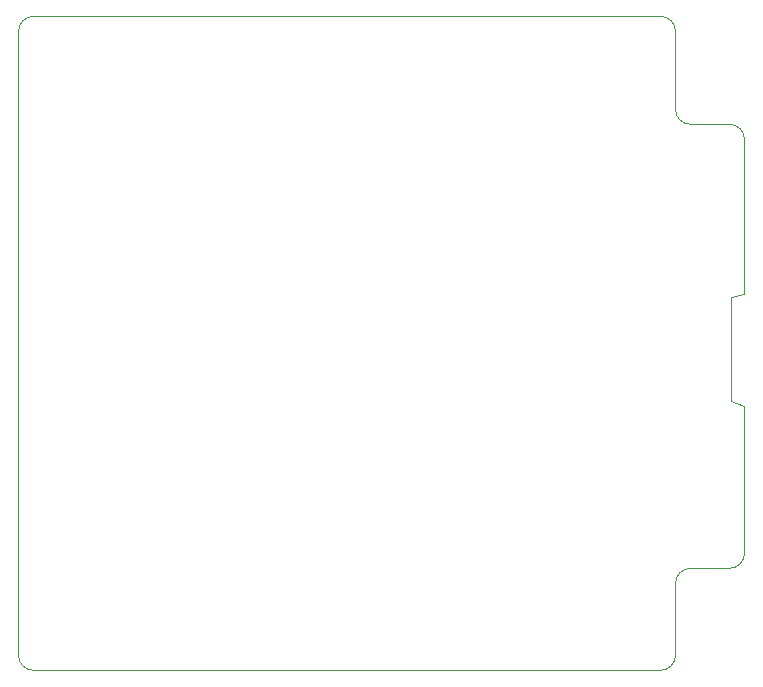
<source format=gm1>
%TF.GenerationSoftware,KiCad,Pcbnew,(6.0.4-0)*%
%TF.CreationDate,2023-01-26T09:36:59-07:00*%
%TF.ProjectId,bluescsi_iigs_internal,626c7565-7363-4736-995f-696967735f69,rev?*%
%TF.SameCoordinates,Original*%
%TF.FileFunction,Profile,NP*%
%FSLAX46Y46*%
G04 Gerber Fmt 4.6, Leading zero omitted, Abs format (unit mm)*
G04 Created by KiCad (PCBNEW (6.0.4-0)) date 2023-01-26 09:36:59*
%MOMM*%
%LPD*%
G01*
G04 APERTURE LIST*
%TA.AperFunction,Profile*%
%ADD10C,0.050000*%
%TD*%
G04 APERTURE END LIST*
D10*
X186563000Y-79946500D02*
X186563000Y-92456000D01*
X125095000Y-101092000D02*
X125095000Y-48260000D01*
X181991000Y-56134000D02*
X185293000Y-56134000D01*
X180721000Y-94996000D02*
X180721000Y-101092000D01*
X186563000Y-57404000D02*
G75*
G03*
X185293000Y-56134000I-1270000J0D01*
G01*
X185293000Y-93726000D02*
G75*
G03*
X186563000Y-92456000I0J1270000D01*
G01*
X180721000Y-54864000D02*
G75*
G03*
X181991000Y-56134000I1270000J0D01*
G01*
X180721000Y-48260000D02*
X180721000Y-54864000D01*
X181991000Y-93726000D02*
G75*
G03*
X180721000Y-94996000I0J-1270000D01*
G01*
X181991000Y-93726000D02*
X185293000Y-93726000D01*
X126365000Y-46990000D02*
X179451000Y-46990000D01*
X179451000Y-102362000D02*
X126365000Y-102362000D01*
X125095000Y-101092000D02*
G75*
G03*
X126365000Y-102362000I1270000J0D01*
G01*
X185420000Y-70764400D02*
X185420000Y-79565500D01*
X179451000Y-102362000D02*
G75*
G03*
X180721000Y-101092000I0J1270000D01*
G01*
X126365000Y-46990000D02*
G75*
G03*
X125095000Y-48260000I0J-1270000D01*
G01*
X186563000Y-57404000D02*
X186563000Y-70459600D01*
X185420000Y-70764400D02*
X186563000Y-70459600D01*
X180721000Y-48260000D02*
G75*
G03*
X179451000Y-46990000I-1270000J0D01*
G01*
X186563000Y-79946500D02*
X185420000Y-79565500D01*
M02*

</source>
